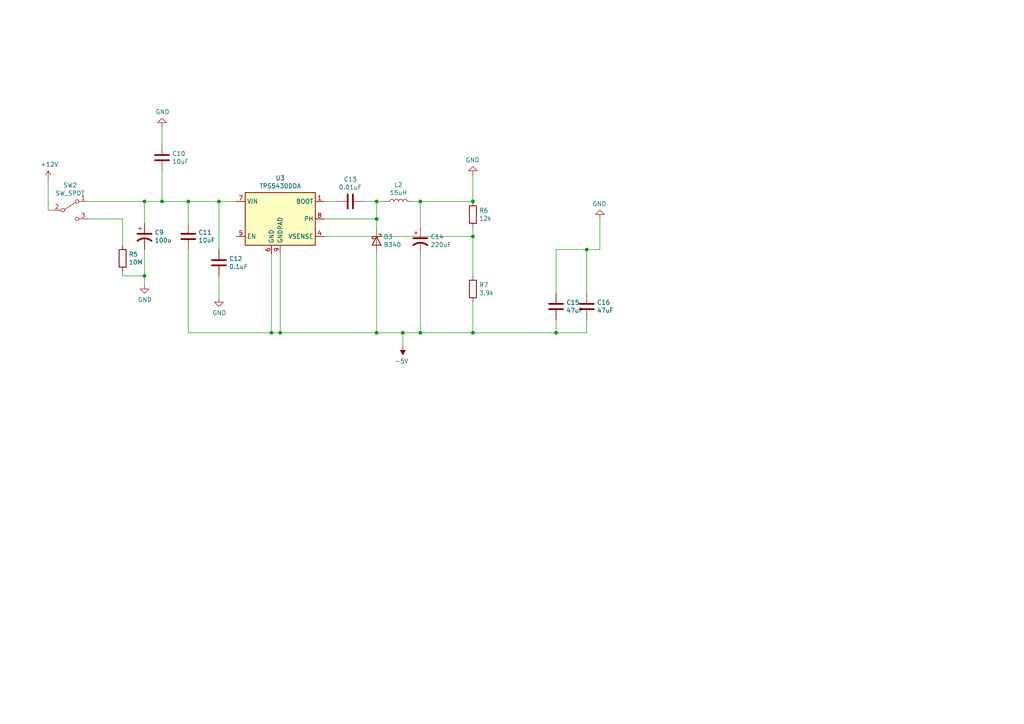
<source format=kicad_sch>
(kicad_sch (version 20230121) (generator eeschema)
  (paper "A4")
  (lib_symbols
    (symbol "Device:C" (pin_numbers hide) (pin_names (offset 0.254))
      (property "Reference" "C" (at 0.635 2.54 0))
      (property "Value" "C" (at 0.635 -2.54 0))
      (symbol "C_0_1"
        (polyline (pts (xy -2.032 -0.762) (xy 2.032 -0.762)) (stroke (width 0.508)))
        (polyline (pts (xy -2.032 0.762) (xy 2.032 0.762)) (stroke (width 0.508)))
      )
      (symbol "C_1_1"
        (pin passive line (at 0 3.81 270) (length 2.794) (name "~") (number "1"))
        (pin passive line (at 0 -3.81 90) (length 2.794) (name "~") (number "2"))
      )
    )
    (symbol "Device:L" (pin_numbers hide) (pin_names (offset 1.016) hide)
      (property "Reference" "L" (at -1.27 0 90))
      (property "Value" "L" (at 1.905 0 90))
      (symbol "L_0_1"
        (arc (start 0 -2.54) (mid 0.6323 -1.905) (end 0 -1.27))
        (arc (start 0 -1.27) (mid 0.6323 -0.635) (end 0 0))
        (arc (start 0 0) (mid 0.6323 0.635) (end 0 1.27))
        (arc (start 0 1.27) (mid 0.6323 1.905) (end 0 2.54))
      )
      (symbol "L_1_1"
        (pin passive line (at 0 3.81 270) (length 1.27) (name "1") (number "1"))
        (pin passive line (at 0 -3.81 90) (length 1.27) (name "2") (number "2"))
      )
    )
    (symbol "Device:R" (pin_numbers hide) (pin_names (offset 0))
      (property "Reference" "R" (at 2.032 0 90))
      (property "Value" "R" (at 0 0 90))
      (symbol "R_0_1"
        (rectangle (start -1.016 -2.54) (end 1.016 2.54) (stroke (width 0.254)))
      )
      (symbol "R_1_1"
        (pin passive line (at 0 3.81 270) (length 1.27) (name "~") (number "1"))
        (pin passive line (at 0 -3.81 90) (length 1.27) (name "~") (number "2"))
      )
    )
    (symbol "Diode:B340" (pin_numbers hide) (pin_names (offset 1.016) hide)
      (property "Reference" "D" (at 0 2.54 0))
      (property "Value" "B340" (at 0 -2.54 0))
      (symbol "B340_0_1"
        (polyline (pts (xy 1.27 0) (xy -1.27 0)))
        (polyline (pts (xy 1.27 1.27) (xy 1.27 -1.27) (xy -1.27 0) (xy 1.27 1.27)) (stroke (width 0.254)))
        (polyline (pts (xy -1.905 0.635) (xy -1.905 1.27) (xy -1.27 1.27) (xy -1.27 -1.27) (xy -0.635 -1.27) (xy -0.635 -0.635)) (stroke (width 0.254)))
      )
      (symbol "B340_1_1"
        (pin passive line (at -3.81 0 0) (length 2.54) (name "K") (number "1"))
        (pin passive line (at 3.81 0 180) (length 2.54) (name "A") (number "2"))
      )
    )
    (symbol "Regulator_Switching:TPS5430DDA"
      (property "Reference" "U" (at -10.16 8.89 0))
      (property "Value" "TPS5430DDA" (at -1.27 8.89 0))
      (symbol "TPS5430DDA_0_1"
        (rectangle (start -10.16 7.62) (end 10.16 -7.62) (stroke (width 0.254)) (fill (type background)))
      )
      (symbol "TPS5430DDA_1_1"
        (pin input line (at 12.7 5.08 180) (length 2.54) (name "BOOT") (number "1"))
        (pin no_connect line (at -10.16 2.54 0) (length 2.54) hide (name "NC") (number "2"))
        (pin no_connect line (at -10.16 -2.54 0) (length 2.54) hide (name "NC") (number "3"))
        (pin input line (at 12.7 -5.08 180) (length 2.54) (name "VSENSE") (number "4"))
        (pin input line (at -12.7 -5.08 0) (length 2.54) (name "EN") (number "5"))
        (pin power_in line (at -2.54 -10.16 90) (length 2.54) (name "GND") (number "6"))
        (pin power_in line (at -12.7 5.08 0) (length 2.54) (name "VIN") (number "7"))
        (pin output line (at 12.7 0 180) (length 2.54) (name "PH") (number "8"))
        (pin power_in line (at 0 -10.16 90) (length 2.54) (name "GNDPAD") (number "9"))
      )
    )
    (symbol "Switch:SW_SPDT" (pin_names (offset 0) hide)
      (property "Reference" "SW" (at 0 4.318 0))
      (property "Value" "SW_SPDT" (at 0 -5.08 0))
      (symbol "SW_SPDT_0_0"
        (circle (center -2.032 0) (radius 0.508))
        (circle (center 2.032 -2.54) (radius 0.508))
      )
      (symbol "SW_SPDT_0_1"
        (polyline (pts (xy -1.524 0.254) (xy 1.651 2.286)))
        (circle (center 2.032 2.54) (radius 0.508))
      )
      (symbol "SW_SPDT_1_1"
        (pin passive line (at 5.08 2.54 180) (length 2.54) (name "A") (number "1"))
        (pin passive line (at -5.08 0 0) (length 2.54) (name "B") (number "2"))
        (pin passive line (at 5.08 -2.54 180) (length 2.54) (name "C") (number "3"))
      )
    )
    (symbol "power:+12V" (power) (pin_names (offset 0))
      (property "Value" "+12V" (at 0 3.556 0))
      (symbol "+12V_0_1"
        (polyline (pts (xy -0.762 1.27) (xy 0 2.54)))
        (polyline (pts (xy 0 0) (xy 0 2.54)))
        (polyline (pts (xy 0 2.54) (xy 0.762 1.27)))
      )
      (symbol "+12V_1_1"
        (pin power_in line (at 0 0 90) (length 0) hide (name "+12V") (number "1"))
      )
    )
    (symbol "power:-5V" (power) (pin_names (offset 0))
      (property "Value" "-5V" (at 0 3.81 0))
      (symbol "-5V_0_0"
        (pin power_in line (at 0 0 90) (length 0) hide (name "-5V") (number "1"))
      )
      (symbol "-5V_0_1"
        (polyline (pts (xy 0 0) (xy 0 1.27) (xy 0.762 1.27) (xy 0 2.54) (xy -0.762 1.27) (xy 0 1.27)) (fill (type outline)))
      )
    )
    (symbol "power:GND" (power) (pin_names (offset 0))
      (property "Value" "GND" (at 0 -3.81 0))
      (symbol "GND_0_1"
        (polyline (pts (xy 0 0) (xy 0 -1.27) (xy 1.27 -1.27) (xy 0 -2.54) (xy -1.27 -1.27) (xy 0 -1.27)))
      )
      (symbol "GND_1_1"
        (pin power_in line (at 0 0 270) (length 0) hide (name "GND") (number "1"))
      )
    )
    (symbol "tps61088-rescue:CP1-Device" (pin_numbers hide) (pin_names (offset 0.254) hide)
      (property "Reference" "C" (at 0.635 2.54 0))
      (property "Value" "CP1-Device" (at 0.635 -2.54 0))
      (symbol "CP1-Device_0_1"
        (polyline (pts (xy -2.032 0.762) (xy 2.032 0.762)) (stroke (width 0.508)))
        (polyline (pts (xy -1.778 2.286) (xy -0.762 2.286)))
        (polyline (pts (xy -1.27 1.778) (xy -1.27 2.794)))
        (arc (start 2.032 -1.27) (mid 0 -0.5572) (end -2.032 -1.27) (stroke (width 0.508)))
      )
      (symbol "CP1-Device_1_1"
        (pin passive line (at 0 3.81 270) (length 2.794) (name "~") (number "1"))
        (pin passive line (at 0 -3.81 90) (length 3.302) (name "~") (number "2"))
      )
    )
  )
  (junction (at 63.5 58.42))
  (junction (at 78.74 96.52))
  (junction (at 109.22 63.5))
  (junction (at 137.16 68.58))
  (junction (at 121.92 58.42))
  (junction (at 46.99 58.42))
  (junction (at 121.92 96.52))
  (junction (at 109.22 96.52))
  (junction (at 41.91 80.01))
  (junction (at 161.29 96.52))
  (junction (at 54.61 58.42))
  (junction (at 81.28 96.52))
  (junction (at 41.91 58.42))
  (junction (at 170.18 72.39))
  (junction (at 137.16 58.42))
  (junction (at 137.16 96.52))
  (junction (at 116.84 96.52))
  (junction (at 109.22 58.42))
  (wire (pts (xy 137.16 66.04) (xy 137.16 68.58)))
  (wire (pts (xy 41.91 58.42) (xy 41.91 64.77)))
  (wire (pts (xy 54.61 96.52) (xy 78.74 96.52)))
  (wire (pts (xy 35.56 63.5) (xy 25.4 63.5)))
  (wire (pts (xy 63.5 58.42) (xy 68.58 58.42)))
  (wire (pts (xy 161.29 96.52) (xy 170.18 96.52)))
  (wire (pts (xy 170.18 72.39) (xy 173.99 72.39)))
  (wire (pts (xy 121.92 96.52) (xy 116.84 96.52)))
  (wire (pts (xy 97.79 58.42) (xy 93.98 58.42)))
  (wire (pts (xy 109.22 96.52) (xy 116.84 96.52)))
  (wire (pts (xy 170.18 92.71) (xy 170.18 96.52)))
  (wire (pts (xy 81.28 96.52) (xy 109.22 96.52)))
  (wire (pts (xy 109.22 73.66) (xy 109.22 96.52)))
  (wire (pts (xy 35.56 63.5) (xy 35.56 71.12)))
  (wire (pts (xy 63.5 58.42) (xy 63.5 72.39)))
  (wire (pts (xy 109.22 63.5) (xy 109.22 58.42)))
  (wire (pts (xy 109.22 66.04) (xy 109.22 63.5)))
  (wire (pts (xy 25.4 58.42) (xy 41.91 58.42)))
  (wire (pts (xy 54.61 72.39) (xy 54.61 96.52)))
  (wire (pts (xy 46.99 58.42) (xy 54.61 58.42)))
  (wire (pts (xy 161.29 72.39) (xy 170.18 72.39)))
  (wire (pts (xy 137.16 96.52) (xy 161.29 96.52)))
  (wire (pts (xy 121.92 58.42) (xy 119.38 58.42)))
  (wire (pts (xy 121.92 73.66) (xy 121.92 96.52)))
  (wire (pts (xy 46.99 49.53) (xy 46.99 58.42)))
  (wire (pts (xy 41.91 80.01) (xy 41.91 82.55)))
  (wire (pts (xy 121.92 66.04) (xy 121.92 58.42)))
  (wire (pts (xy 93.98 68.58) (xy 137.16 68.58)))
  (wire (pts (xy 109.22 58.42) (xy 111.76 58.42)))
  (wire (pts (xy 161.29 85.09) (xy 161.29 72.39)))
  (wire (pts (xy 41.91 58.42) (xy 46.99 58.42)))
  (wire (pts (xy 137.16 58.42) (xy 121.92 58.42)))
  (wire (pts (xy 41.91 72.39) (xy 41.91 80.01)))
  (wire (pts (xy 93.98 63.5) (xy 109.22 63.5)))
  (wire (pts (xy 137.16 87.63) (xy 137.16 96.52)))
  (wire (pts (xy 35.56 78.74) (xy 35.56 80.01)))
  (wire (pts (xy 81.28 73.66) (xy 81.28 96.52)))
  (wire (pts (xy 13.97 60.96) (xy 15.24 60.96)))
  (wire (pts (xy 54.61 58.42) (xy 63.5 58.42)))
  (wire (pts (xy 137.16 96.52) (xy 121.92 96.52)))
  (wire (pts (xy 78.74 96.52) (xy 81.28 96.52)))
  (wire (pts (xy 35.56 80.01) (xy 41.91 80.01)))
  (wire (pts (xy 46.99 36.83) (xy 46.99 41.91)))
  (wire (pts (xy 78.74 73.66) (xy 78.74 96.52)))
  (wire (pts (xy 116.84 100.33) (xy 116.84 96.52)))
  (wire (pts (xy 63.5 86.36) (xy 63.5 80.01)))
  (wire (pts (xy 137.16 68.58) (xy 137.16 80.01)))
  (wire (pts (xy 161.29 92.71) (xy 161.29 96.52)))
  (wire (pts (xy 13.97 52.07) (xy 13.97 60.96)))
  (wire (pts (xy 173.99 72.39) (xy 173.99 63.5)))
  (wire (pts (xy 170.18 85.09) (xy 170.18 72.39)))
  (wire (pts (xy 137.16 50.8) (xy 137.16 58.42)))
  (wire (pts (xy 105.41 58.42) (xy 109.22 58.42)))
  (wire (pts (xy 54.61 58.42) (xy 54.61 64.77)))
  (symbol (lib_id "tps61088-rescue:CP1-Device") (at 121.92 69.85 0) (unit 1)
    (property "Reference" "C14" (at 124.841 68.6816 0) (effects (justify left)))
    (property "Value" "220uF" (at 124.841 70.993 0) (effects (justify left)))
    (property "Footprint" "Capacitor_THT:CP_Radial_D6.3mm_P2.50mm" (effects hide))
  )
  (symbol (lib_id "Device:C") (at 54.61 68.58 0) (unit 1)
    (property "Reference" "C11" (at 57.531 67.4116 0) (effects (justify left)))
    (property "Value" "10uF" (at 57.531 69.723 0) (effects (justify left)))
    (property "Footprint" "Capacitor_SMD:C_0603_1608Metric" (effects hide))
  )
  (symbol (lib_id "Device:C") (at 161.29 88.9 0) (unit 1)
    (property "Reference" "C15" (at 164.211 87.7316 0) (effects (justify left)))
    (property "Value" "47uF" (at 164.211 90.043 0) (effects (justify left)))
    (property "Footprint" "Capacitor_SMD:C_1206_3216Metric" (effects hide))
  )
  (symbol (lib_id "Device:C") (at 170.18 88.9 0) (unit 1)
    (property "Reference" "C16" (at 173.101 87.7316 0) (effects (justify left)))
    (property "Value" "47uF" (at 173.101 90.043 0) (effects (justify left)))
    (property "Footprint" "Capacitor_SMD:C_1206_3216Metric" (effects hide))
  )
  (symbol (lib_id "power:GND") (at 173.99 63.5 180) (unit 1)
    (property "Reference" "#PWR014" (effects hide))
    (property "Value" "GND" (at 173.863 59.1058 0))
  )
  (symbol (lib_id "Device:R") (at 35.56 74.93 0) (unit 1)
    (property "Reference" "R5" (at 37.338 73.7616 0) (effects (justify left)))
    (property "Value" "10M" (at 37.338 76.073 0) (effects (justify left)))
    (property "Footprint" "Resistor_SMD:R_0402_1005Metric" (effects hide))
  )
  (symbol (lib_id "Device:L") (at 115.57 58.42 90) (unit 1)
    (property "Reference" "L2" (at 115.57 53.594 90))
    (property "Value" "15uH" (at 115.57 55.9054 90))
    (property "Footprint" "Inductor_SMD:L_7.3x7.3_H3.5" (effects hide))
  )
  (symbol (lib_id "Regulator_Switching:TPS5430DDA") (at 81.28 63.5 0) (unit 1)
    (property "Reference" "U3" (at 81.28 51.6382 0))
    (property "Value" "TPS5430DDA" (at 81.28 53.9496 0))
    (property "Footprint" "Package_SO:TI_SO-PowerPAD-8_ThermalVias" (effects hide))
    (property "Datasheet" "http://www.ti.com/lit/ds/symlink/tps5430.pdf" (effects hide))
  )
  (symbol (lib_id "tps61088-rescue:CP1-Device") (at 41.91 68.58 0) (unit 1)
    (property "Reference" "C9" (at 44.831 67.4116 0) (effects (justify left)))
    (property "Value" "100u" (at 44.831 69.723 0) (effects (justify left)))
    (property "Footprint" "Capacitor_THT:CP_Radial_D5.0mm_P2.00mm" (effects hide))
  )
  (symbol (lib_id "Device:C") (at 101.6 58.42 90) (unit 1)
    (property "Reference" "C13" (at 101.6 52.0192 90))
    (property "Value" "0.01uF" (at 101.6 54.3306 90))
    (property "Footprint" "Capacitor_SMD:C_0402_1005Metric" (effects hide))
  )
  (symbol (lib_id "Diode:B340") (at 109.22 69.85 270) (unit 1)
    (property "Reference" "D3" (at 111.252 68.6816 90) (effects (justify left)))
    (property "Value" "B340" (at 111.252 70.993 90) (effects (justify left)))
    (property "Footprint" "Diode_SMD:D_SMA" (effects hide))
    (property "Datasheet" "http://www.jameco.com/Jameco/Products/ProdDS/1538777.pdf" (effects hide))
  )
  (symbol (lib_id "Device:R") (at 137.16 62.23 0) (unit 1)
    (property "Reference" "R6" (at 138.938 61.0616 0) (effects (justify left)))
    (property "Value" "12k" (at 138.938 63.373 0) (effects (justify left)))
    (property "Footprint" "Resistor_SMD:R_0402_1005Metric" (effects hide))
  )
  (symbol (lib_id "Device:R") (at 137.16 83.82 0) (unit 1)
    (property "Reference" "R7" (at 138.938 82.6516 0) (effects (justify left)))
    (property "Value" "3.9k" (at 138.938 84.963 0) (effects (justify left)))
    (property "Footprint" "Resistor_SMD:R_0402_1005Metric" (effects hide))
  )
  (symbol (lib_id "Device:C") (at 63.5 76.2 0) (unit 1)
    (property "Reference" "C12" (at 66.421 75.0316 0) (effects (justify left)))
    (property "Value" "0.1uF" (at 66.421 77.343 0) (effects (justify left)))
    (property "Footprint" "Capacitor_SMD:C_0402_1005Metric" (effects hide))
  )
  (symbol (lib_id "Device:C") (at 46.99 45.72 0) (unit 1)
    (property "Reference" "C10" (at 49.911 44.5516 0) (effects (justify left)))
    (property "Value" "10uF" (at 49.911 46.863 0) (effects (justify left)))
    (property "Footprint" "Capacitor_SMD:C_0603_1608Metric" (effects hide))
  )
  (symbol (lib_id "power:GND") (at 41.91 82.55 0) (unit 1)
    (property "Reference" "#PWR09" (effects hide))
    (property "Value" "GND" (at 42.037 86.9442 0))
  )
  (symbol (lib_id "power:GND") (at 46.99 36.83 0) (mirror x) (unit 1)
    (property "Reference" "#PWR010" (effects hide))
    (property "Value" "GND" (at 47.117 32.4358 0))
  )
  (symbol (lib_id "power:GND") (at 63.5 86.36 0) (unit 1)
    (property "Reference" "#PWR011" (effects hide))
    (property "Value" "GND" (at 63.627 90.7542 0))
  )
  (symbol (lib_id "power:GND") (at 137.16 50.8 180) (unit 1)
    (property "Reference" "#PWR013" (effects hide))
    (property "Value" "GND" (at 137.033 46.4058 0))
  )
  (symbol (lib_id "power:-5V") (at 116.84 100.33 180) (unit 1)
    (property "Reference" "#PWR012" (effects hide))
    (property "Value" "-5V" (at 116.459 104.7242 0))
  )
  (symbol (lib_id "power:+12V") (at 13.97 52.07 0) (unit 1)
    (property "Reference" "#PWR08" (effects hide))
    (property "Value" "+12V" (at 14.351 47.6758 0))
  )
  (symbol (lib_id "Switch:SW_SPDT") (at 20.32 60.96 0) (unit 1)
    (property "Reference" "SW2" (at 20.32 53.721 0))
    (property "Value" "SW_SPDT" (at 20.32 56.0324 0))
    (property "Footprint" "Button_Switch_THT:SW_CuK_OS102011MA1QN1_SPDT_Angled" (effects hide))
  )
)
</source>
